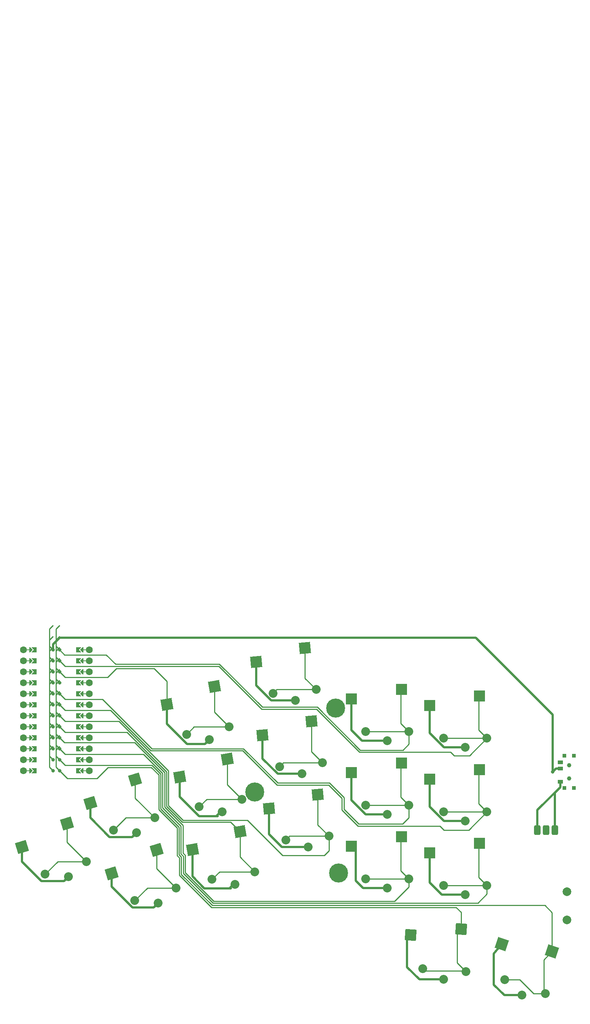
<source format=gtl>
%TF.GenerationSoftware,KiCad,Pcbnew,(6.0.4-0)*%
%TF.CreationDate,2022-06-10T10:13:31+02:00*%
%TF.ProjectId,basbousa,62617362-6f75-4736-912e-6b696361645f,v1.0.0*%
%TF.SameCoordinates,Original*%
%TF.FileFunction,Copper,L1,Top*%
%TF.FilePolarity,Positive*%
%FSLAX46Y46*%
G04 Gerber Fmt 4.6, Leading zero omitted, Abs format (unit mm)*
G04 Created by KiCad (PCBNEW (6.0.4-0)) date 2022-06-10 10:13:31*
%MOMM*%
%LPD*%
G01*
G04 APERTURE LIST*
G04 Aperture macros list*
%AMRoundRect*
0 Rectangle with rounded corners*
0 $1 Rounding radius*
0 $2 $3 $4 $5 $6 $7 $8 $9 X,Y pos of 4 corners*
0 Add a 4 corners polygon primitive as box body*
4,1,4,$2,$3,$4,$5,$6,$7,$8,$9,$2,$3,0*
0 Add four circle primitives for the rounded corners*
1,1,$1+$1,$2,$3*
1,1,$1+$1,$4,$5*
1,1,$1+$1,$6,$7*
1,1,$1+$1,$8,$9*
0 Add four rect primitives between the rounded corners*
20,1,$1+$1,$2,$3,$4,$5,0*
20,1,$1+$1,$4,$5,$6,$7,0*
20,1,$1+$1,$6,$7,$8,$9,0*
20,1,$1+$1,$8,$9,$2,$3,0*%
%AMRotRect*
0 Rectangle, with rotation*
0 The origin of the aperture is its center*
0 $1 length*
0 $2 width*
0 $3 Rotation angle, in degrees counterclockwise*
0 Add horizontal line*
21,1,$1,$2,0,0,$3*%
%AMFreePoly0*
4,1,6,0.600000,-0.200000,0.600000,-0.400000,-0.600000,-0.400000,-0.600000,-0.200000,0.000000,0.400000,0.600000,-0.200000,0.600000,-0.200000,$1*%
%AMFreePoly1*
4,1,5,0.125000,-0.500000,-0.125000,-0.500000,-0.125000,0.500000,0.125000,0.500000,0.125000,-0.500000,0.125000,-0.500000,$1*%
%AMFreePoly2*
4,1,6,0.600000,-1.000000,0.000000,-0.400000,-0.600000,-1.000000,-0.600000,0.250000,0.600000,0.250000,0.600000,-1.000000,0.600000,-1.000000,$1*%
%AMFreePoly3*
4,1,49,0.075053,5.687961,0.117161,5.631572,0.122131,5.561371,0.088389,5.499612,-0.641000,4.770224,-0.641000,0.817776,0.088389,0.088388,0.106147,0.064606,0.108253,0.062500,0.108552,0.061385,0.109852,0.059644,0.113262,0.043806,0.125000,0.000000,0.123721,-0.004772,0.124665,-0.009154,0.117240,-0.028961,0.108253,-0.062500,0.102516,-0.068237,0.099961,-0.075053,0.083136,-0.087617,
0.062500,-0.108253,0.051584,-0.111178,0.043572,-0.117161,0.024114,-0.118539,0.000000,-0.125000,-0.014036,-0.121239,-0.026629,-0.122131,-0.041951,-0.113759,-0.062500,-0.108253,-0.075109,-0.095644,-0.088388,-0.088389,-0.854388,0.677612,-0.867707,0.695448,-0.871189,0.698470,-0.871982,0.701174,-0.875852,0.706356,-0.882331,0.736451,-0.891000,0.766000,-0.891000,4.822000,-0.887805,4.844031,
-0.888131,4.848629,-0.886780,4.851102,-0.885852,4.857502,-0.869151,4.883368,-0.854388,4.910388,-0.088388,5.676389,-0.059644,5.697852,0.009154,5.712665,0.075053,5.687961,0.075053,5.687961,$1*%
G04 Aperture macros list end*
%TA.AperFunction,SMDPad,CuDef*%
%ADD10R,0.900000X0.900000*%
%TD*%
%TA.AperFunction,SMDPad,CuDef*%
%ADD11R,1.250000X0.900000*%
%TD*%
%TA.AperFunction,ComponentPad*%
%ADD12RoundRect,0.375000X-0.375000X-0.750000X0.375000X-0.750000X0.375000X0.750000X-0.375000X0.750000X0*%
%TD*%
%TA.AperFunction,ComponentPad*%
%ADD13C,2.000000*%
%TD*%
%TA.AperFunction,SMDPad,CuDef*%
%ADD14RotRect,2.600000X2.600000X10.000000*%
%TD*%
%TA.AperFunction,ComponentPad*%
%ADD15C,2.032000*%
%TD*%
%TA.AperFunction,SMDPad,CuDef*%
%ADD16RotRect,2.600000X2.600000X5.000000*%
%TD*%
%TA.AperFunction,SMDPad,CuDef*%
%ADD17R,2.600000X2.600000*%
%TD*%
%TA.AperFunction,SMDPad,CuDef*%
%ADD18RotRect,2.600000X2.600000X341.000000*%
%TD*%
%TA.AperFunction,WasherPad*%
%ADD19C,1.000000*%
%TD*%
%TA.AperFunction,SMDPad,CuDef*%
%ADD20RotRect,2.600000X2.600000X17.000000*%
%TD*%
%TA.AperFunction,ComponentPad*%
%ADD21C,4.400000*%
%TD*%
%TA.AperFunction,SMDPad,CuDef*%
%ADD22RotRect,2.600000X2.600000X356.000000*%
%TD*%
%TA.AperFunction,SMDPad,CuDef*%
%ADD23FreePoly0,270.000000*%
%TD*%
%TA.AperFunction,ComponentPad*%
%ADD24C,1.600000*%
%TD*%
%TA.AperFunction,SMDPad,CuDef*%
%ADD25FreePoly1,270.000000*%
%TD*%
%TA.AperFunction,SMDPad,CuDef*%
%ADD26FreePoly1,90.000000*%
%TD*%
%TA.AperFunction,SMDPad,CuDef*%
%ADD27FreePoly0,90.000000*%
%TD*%
%TA.AperFunction,SMDPad,CuDef*%
%ADD28FreePoly2,90.000000*%
%TD*%
%TA.AperFunction,SMDPad,CuDef*%
%ADD29FreePoly3,270.000000*%
%TD*%
%TA.AperFunction,ComponentPad*%
%ADD30C,0.800000*%
%TD*%
%TA.AperFunction,SMDPad,CuDef*%
%ADD31FreePoly2,270.000000*%
%TD*%
%TA.AperFunction,SMDPad,CuDef*%
%ADD32FreePoly3,90.000000*%
%TD*%
%TA.AperFunction,ViaPad*%
%ADD33C,0.800000*%
%TD*%
%TA.AperFunction,Conductor*%
%ADD34C,0.250000*%
%TD*%
%TA.AperFunction,Conductor*%
%ADD35C,0.500000*%
%TD*%
G04 APERTURE END LIST*
D10*
%TO.P,T1,*%
%TO.N,*%
X156169000Y87958000D03*
X158369000Y95358000D03*
X158369000Y87958000D03*
X156169000Y95358000D03*
D11*
%TO.P,T1,1*%
%TO.N,Braw*%
X155194000Y89408000D03*
%TO.P,T1,2*%
%TO.N,RAW*%
X155194000Y92408000D03*
%TO.P,T1,3*%
%TO.N,N/C*%
X155194000Y93908000D03*
%TD*%
D12*
%TO.P,PAD1,1*%
%TO.N,Braw*%
X149924000Y78232000D03*
X153924000Y78232000D03*
%TO.P,PAD1,2*%
%TO.N,GND*%
X151924000Y78232000D03*
%TD*%
D13*
%TO.P,B1,1*%
%TO.N,RST*%
X156718000Y63956000D03*
%TO.P,B1,2*%
%TO.N,GND*%
X156718000Y57456000D03*
%TD*%
D14*
%TO.P,S11,1*%
%TO.N,P19*%
X75199557Y111381133D03*
D15*
X78591421Y102078801D03*
X68743343Y100342320D03*
D14*
%TO.P,S11,2*%
%TO.N,GND*%
X64207053Y107208920D03*
D15*
X74032043Y99142464D03*
%TD*%
%TO.P,S15,1*%
%TO.N,P20*%
X100217298Y93764406D03*
D16*
X97649093Y103326959D03*
D15*
X90255351Y92892848D03*
%TO.P,S15,2*%
%TO.N,GND*%
X95419352Y91236618D03*
D16*
X86334787Y100128683D03*
%TD*%
D17*
%TO.P,S21,1*%
%TO.N,P2*%
X118452086Y93711016D03*
D15*
X120177087Y83961017D03*
X110177087Y83961017D03*
D17*
%TO.P,S21,2*%
%TO.N,GND*%
X106902086Y91511017D03*
D15*
X115177087Y81861017D03*
%TD*%
D17*
%TO.P,S29,2*%
%TO.N,GND*%
X124967546Y106973000D03*
D15*
X133242547Y97323000D03*
D17*
%TO.P,S29,1*%
%TO.N,P0*%
X136517546Y109172999D03*
D15*
X138242547Y99423000D03*
X128242547Y99423000D03*
%TD*%
%TO.P,S33,1*%
%TO.N,P8*%
X142318481Y43683012D03*
X151773667Y40427331D03*
D18*
X153316936Y50207741D03*
D15*
%TO.P,S33,2*%
%TO.N,GND*%
X146362381Y40069582D03*
D18*
X141679946Y51887913D03*
%TD*%
D14*
%TO.P,S7,1*%
%TO.N,P5*%
X81103595Y77897669D03*
D15*
X74647381Y66858856D03*
X84495459Y68595337D03*
%TO.P,S7,2*%
%TO.N,GND*%
X79936081Y65659000D03*
D14*
X70111091Y73725456D03*
%TD*%
D19*
%TO.P,T2,*%
%TO.N,*%
X157269000Y93158000D03*
X157269000Y90158000D03*
%TD*%
D20*
%TO.P,S1,1*%
%TO.N,P14*%
X41093928Y79754175D03*
D15*
X36031131Y68010829D03*
X45594178Y70934546D03*
%TO.P,S1,2*%
%TO.N,GND*%
X41426635Y67464448D03*
D20*
X30691825Y74273413D03*
%TD*%
D15*
%TO.P,S5,1*%
%TO.N,P10*%
X51815884Y78173835D03*
D20*
X56878681Y89917181D03*
D15*
X61378931Y81097552D03*
D20*
%TO.P,S5,2*%
%TO.N,GND*%
X46476578Y84436419D03*
D15*
X57211388Y77627454D03*
%TD*%
%TO.P,S27,2*%
%TO.N,GND*%
X133242547Y80323000D03*
D17*
X124967546Y89973000D03*
D15*
%TO.P,S27,1*%
%TO.N,P3*%
X128242547Y82423000D03*
X138242547Y82423000D03*
D17*
X136517546Y92172999D03*
%TD*%
D15*
%TO.P,S9,1*%
%TO.N,P18*%
X71695362Y83600588D03*
X81543440Y85337069D03*
D14*
X78151576Y94639401D03*
%TO.P,S9,2*%
%TO.N,GND*%
X67159072Y90467188D03*
D15*
X76984062Y82400732D03*
%TD*%
D16*
%TO.P,S13,1*%
%TO.N,P4*%
X99130741Y86391649D03*
D15*
X91736999Y75957538D03*
X101698946Y76829096D03*
%TO.P,S13,2*%
%TO.N,GND*%
X96901000Y74301308D03*
D16*
X87816435Y83193373D03*
%TD*%
D15*
%TO.P,S17,1*%
%TO.N,P21*%
X88773704Y109828158D03*
D16*
X96167446Y120262269D03*
D15*
X98735651Y110699716D03*
%TO.P,S17,2*%
%TO.N,GND*%
X93937705Y108171928D03*
D16*
X84853140Y117063993D03*
%TD*%
D21*
%TO.P,REF\u002A\u002A,1*%
%TO.N,N/C*%
X84536369Y87040631D03*
X103251000Y106420198D03*
X103915936Y68326000D03*
%TD*%
D22*
%TO.P,S31,1*%
%TO.N,P9*%
X132303162Y55355504D03*
D15*
X133343836Y45508925D03*
X123368195Y46206490D03*
D22*
%TO.P,S31,2*%
%TO.N,GND*%
X120627833Y53966551D03*
D15*
X128209527Y43762823D03*
%TD*%
%TO.P,S3,1*%
%TO.N,P16*%
X56786203Y61916654D03*
D20*
X61849000Y73660000D03*
D15*
X66349250Y64840371D03*
%TO.P,S3,2*%
%TO.N,GND*%
X62181707Y61370273D03*
D20*
X51446897Y68179238D03*
%TD*%
D15*
%TO.P,S23,1*%
%TO.N,P1*%
X110177087Y100961017D03*
D17*
X118452086Y110711016D03*
D15*
X120177087Y100961017D03*
D17*
%TO.P,S23,2*%
%TO.N,GND*%
X106902086Y108511017D03*
D15*
X115177087Y98861017D03*
%TD*%
%TO.P,S25,2*%
%TO.N,GND*%
X133242547Y63323000D03*
D17*
X124967546Y72973000D03*
D15*
%TO.P,S25,1*%
%TO.N,P7*%
X128242547Y65423000D03*
D17*
X136517546Y75172999D03*
D15*
X138242547Y65423000D03*
%TD*%
%TO.P,S19,1*%
%TO.N,P6*%
X110177087Y66961017D03*
D17*
X118452086Y76711016D03*
D15*
X120177087Y66961017D03*
%TO.P,S19,2*%
%TO.N,GND*%
X115177087Y64861017D03*
D17*
X106902086Y74511017D03*
%TD*%
D23*
%TO.P,,*%
%TO.N,*%
X32766000Y119888000D03*
D24*
X46228000Y99568000D03*
D25*
X32258000Y109728000D03*
D24*
X46228000Y91948000D03*
D26*
X44958000Y102108000D03*
D24*
X30988000Y97028000D03*
X30988000Y112268000D03*
X46228000Y104648000D03*
D23*
X32766000Y91948000D03*
X32766000Y114808000D03*
X32766000Y109728000D03*
D24*
X46228000Y102108000D03*
D23*
X32766000Y104648000D03*
D25*
X32258000Y91948000D03*
X32258000Y112268000D03*
D27*
X44450000Y119888000D03*
D26*
X44958000Y112268000D03*
D24*
X30988000Y104648000D03*
D27*
X44450000Y117348000D03*
D26*
X44958000Y94488000D03*
D24*
X30988000Y94488000D03*
X30988000Y102108000D03*
D26*
X44958000Y114808000D03*
D23*
X32766000Y112268000D03*
D27*
X44450000Y97028000D03*
D26*
X44958000Y109728000D03*
D24*
X46228000Y94488000D03*
D26*
X44958000Y117348000D03*
D24*
X30988000Y99568000D03*
X30988000Y114808000D03*
X30988000Y109728000D03*
D25*
X32258000Y117348000D03*
D24*
X46228000Y112268000D03*
D27*
X44450000Y112268000D03*
D23*
X32766000Y117348000D03*
D26*
X44958000Y107188000D03*
D25*
X32258000Y119888000D03*
D27*
X44450000Y91948000D03*
X44450000Y104648000D03*
D25*
X32258000Y107188000D03*
X32258000Y114808000D03*
X32258000Y102108000D03*
D24*
X30988000Y119888000D03*
D27*
X44450000Y109728000D03*
D24*
X46228000Y119888000D03*
X46228000Y117348000D03*
D26*
X44958000Y99568000D03*
D23*
X32766000Y107188000D03*
D25*
X32258000Y97028000D03*
D23*
X32766000Y102108000D03*
D26*
X44958000Y91948000D03*
X44958000Y119888000D03*
D25*
X32258000Y104648000D03*
D24*
X46228000Y97028000D03*
X46228000Y114808000D03*
D27*
X44450000Y94488000D03*
X44450000Y102108000D03*
D24*
X30988000Y91948000D03*
D23*
X32766000Y97028000D03*
D26*
X44958000Y97028000D03*
X44958000Y104648000D03*
D27*
X44450000Y99568000D03*
D25*
X32258000Y99568000D03*
D24*
X30988000Y107188000D03*
X46228000Y109728000D03*
D27*
X44450000Y107188000D03*
D24*
X30988000Y117348000D03*
D27*
X44450000Y114808000D03*
D25*
X32258000Y94488000D03*
D23*
X32766000Y94488000D03*
X32766000Y99568000D03*
D24*
X46228000Y107188000D03*
D28*
%TO.P,,1*%
%TO.N,RAW*%
X43434000Y119888000D03*
D29*
X37846000Y119888000D03*
D30*
X37846000Y119888000D03*
D29*
%TO.P,,2*%
%TO.N,GND*%
X37846000Y117348000D03*
D30*
X37846000Y117348000D03*
D28*
X43434000Y117348000D03*
D30*
%TO.P,,3*%
%TO.N,RST*%
X37846000Y114808000D03*
D28*
X43434000Y114808000D03*
D29*
X37846000Y114808000D03*
D28*
%TO.P,,4*%
%TO.N,VCC*%
X43434000Y112268000D03*
D29*
X37846000Y112268000D03*
D30*
X37846000Y112268000D03*
D29*
%TO.P,,5*%
%TO.N,P21*%
X37846000Y109728000D03*
D30*
X37846000Y109728000D03*
D28*
X43434000Y109728000D03*
%TO.P,,6*%
%TO.N,P20*%
X43434000Y107188000D03*
D29*
X37846000Y107188000D03*
D30*
X37846000Y107188000D03*
%TO.P,,7*%
%TO.N,P19*%
X37846000Y104648000D03*
D29*
X37846000Y104648000D03*
D28*
X43434000Y104648000D03*
D30*
%TO.P,,8*%
%TO.N,P18*%
X37846000Y102108000D03*
D29*
X37846000Y102108000D03*
D28*
X43434000Y102108000D03*
%TO.P,,9*%
%TO.N,P15*%
X43434000Y99568000D03*
D30*
X37846000Y99568000D03*
D29*
X37846000Y99568000D03*
D28*
%TO.P,,10*%
%TO.N,P14*%
X43434000Y97028000D03*
D29*
X37846000Y97028000D03*
D30*
X37846000Y97028000D03*
D29*
%TO.P,,11*%
%TO.N,P16*%
X37846000Y94488000D03*
D28*
X43434000Y94488000D03*
D30*
X37846000Y94488000D03*
D28*
%TO.P,,12*%
%TO.N,P10*%
X43434000Y91948000D03*
D29*
X37846000Y91948000D03*
D30*
X37846000Y91948000D03*
%TO.P,,13*%
%TO.N,P9*%
X39370000Y91948000D03*
D31*
X33782000Y91948000D03*
D32*
X39370000Y91948000D03*
%TO.P,,14*%
%TO.N,P8*%
X39370000Y94488000D03*
D30*
X39370000Y94488000D03*
D31*
X33782000Y94488000D03*
%TO.P,,15*%
%TO.N,P7*%
X33782000Y97028000D03*
D32*
X39370000Y97028000D03*
D30*
X39370000Y97028000D03*
D32*
%TO.P,,16*%
%TO.N,P6*%
X39370000Y99568000D03*
D31*
X33782000Y99568000D03*
D30*
X39370000Y99568000D03*
D31*
%TO.P,,17*%
%TO.N,P5*%
X33782000Y102108000D03*
D30*
X39370000Y102108000D03*
D32*
X39370000Y102108000D03*
D31*
%TO.P,,18*%
%TO.N,P4*%
X33782000Y104648000D03*
D32*
X39370000Y104648000D03*
D30*
X39370000Y104648000D03*
%TO.P,,19*%
%TO.N,P3*%
X39370000Y107188000D03*
D31*
X33782000Y107188000D03*
D32*
X39370000Y107188000D03*
D30*
%TO.P,,20*%
%TO.N,P2*%
X39370000Y109728000D03*
D31*
X33782000Y109728000D03*
D32*
X39370000Y109728000D03*
D31*
%TO.P,,21*%
%TO.N,GND*%
X33782000Y112268000D03*
D30*
X39370000Y112268000D03*
D32*
X39370000Y112268000D03*
D30*
%TO.P,,22*%
X39370000Y114808000D03*
D31*
X33782000Y114808000D03*
D32*
X39370000Y114808000D03*
D31*
%TO.P,,23*%
%TO.N,P0*%
X33782000Y117348000D03*
D32*
X39370000Y117348000D03*
D30*
X39370000Y117348000D03*
D32*
%TO.P,,24*%
%TO.N,P1*%
X39370000Y119888000D03*
D31*
X33782000Y119888000D03*
D30*
X39370000Y119888000D03*
%TD*%
D33*
%TO.N,RAW*%
X153430113Y91645917D03*
%TD*%
D34*
%TO.N,P7*%
X39370000Y97028000D02*
X40640000Y95758000D01*
X40640000Y95758000D02*
X58797410Y95758000D01*
X58797410Y95758000D02*
X63223453Y91331957D01*
X63223453Y91331957D02*
X63223453Y83335983D01*
X63223453Y83335983D02*
X67447040Y79112394D01*
X67447040Y79112394D02*
X67447040Y72734348D01*
X67447040Y72734348D02*
X68003480Y72177908D01*
X68003480Y72177908D02*
X68003480Y68176133D01*
X68003480Y68176133D02*
X74838613Y61341000D01*
X74838613Y61341000D02*
X136144000Y61341000D01*
X136144000Y61341000D02*
X138242547Y63439547D01*
X138242547Y63439547D02*
X138242547Y65423000D01*
%TO.N,P9*%
X132303162Y55355504D02*
X132303162Y59212838D01*
X67104440Y71805512D02*
X66548000Y72361952D01*
X132303162Y59212838D02*
X131132520Y60383480D01*
X131132520Y60383480D02*
X74524697Y60383480D01*
X74524697Y60383480D02*
X67104440Y67803738D01*
X67104440Y67803738D02*
X67104440Y71805512D01*
X66548000Y72361952D02*
X66548000Y78740000D01*
X66548000Y78740000D02*
X62324413Y82963587D01*
X48006000Y90170000D02*
X41148000Y90170000D01*
X60573974Y92710000D02*
X50546000Y92710000D01*
X50546000Y92710000D02*
X48006000Y90170000D01*
X62324413Y82963587D02*
X62324413Y90959561D01*
X62324413Y90959561D02*
X60573974Y92710000D01*
X41148000Y90170000D02*
X39370000Y91948000D01*
%TO.N,P8*%
X39370000Y94488000D02*
X40640000Y93218000D01*
X74710895Y60833000D02*
X151638000Y60833000D01*
X151638000Y60833000D02*
X153316936Y59154064D01*
X60701692Y93218000D02*
X62773933Y91145759D01*
X62773933Y91145759D02*
X62773933Y83149785D01*
X67553960Y71991710D02*
X67553960Y67989935D01*
X67553960Y67989935D02*
X74710895Y60833000D01*
X62773933Y83149785D02*
X66997520Y78926197D01*
X40640000Y93218000D02*
X60701692Y93218000D01*
X66997520Y78926197D02*
X66997520Y72548150D01*
X66997520Y72548150D02*
X67553960Y71991710D01*
X153316936Y59154064D02*
X153316936Y50207741D01*
%TO.N,P6*%
X68453000Y68362330D02*
X75024810Y61790520D01*
X39370000Y99568000D02*
X40494511Y98443489D01*
X40494511Y98443489D02*
X56747639Y98443489D01*
X63672973Y91518155D02*
X63672973Y83522181D01*
X56747639Y98443489D02*
X63672973Y91518155D01*
X64008000Y83187154D02*
X64008000Y83187151D01*
X63672973Y83522181D02*
X64008000Y83187154D01*
X120177087Y65059087D02*
X120177087Y66961017D01*
X64008000Y83187151D02*
X67896560Y79298591D01*
X67896560Y79298591D02*
X67896560Y72920545D01*
X67896560Y72920545D02*
X68453000Y72364105D01*
X68453000Y72364105D02*
X68453000Y68362330D01*
X75024810Y61790520D02*
X116908520Y61790520D01*
X116908520Y61790520D02*
X120177087Y65059087D01*
%TO.N,P0*%
X106299000Y98679000D02*
X108745509Y96232491D01*
X108638056Y96232491D02*
X129847056Y96232491D01*
X129847056Y96232491D02*
X130702547Y95377000D01*
X130702547Y95377000D02*
X134196547Y95377000D01*
X134196547Y95377000D02*
X138242547Y99423000D01*
%TO.N,P6*%
X118302566Y76561496D02*
X118302566Y68835538D01*
X118302566Y68835538D02*
X120177087Y66961017D01*
X118452087Y76711017D02*
X118302566Y76561496D01*
X120177087Y66961017D02*
X110177087Y66961017D01*
%TO.N,GND*%
X61214000Y115570000D02*
X64207053Y112576947D01*
D35*
X88357387Y108171928D02*
X84853141Y111676174D01*
X68827107Y98126465D02*
X64207054Y102746518D01*
X119788424Y46581576D02*
X119788424Y52722072D01*
X50956606Y76611455D02*
X46476578Y81091483D01*
X107919560Y66523217D02*
X107919560Y73493544D01*
X56195389Y76611455D02*
X50956606Y76611455D01*
X124967547Y83625453D02*
X124967547Y89973000D01*
X139851259Y42520741D02*
X139851259Y49708566D01*
X62181707Y61370273D02*
X61165708Y60354274D01*
X57211388Y77627454D02*
X56195389Y76611455D01*
X133242547Y80323000D02*
X128270000Y80323000D01*
X79028598Y64751517D02*
X72876307Y64751517D01*
X84853141Y111676174D02*
X84853141Y117063993D01*
X71700439Y81384733D02*
X67159073Y85926099D01*
D34*
X50499075Y113538000D02*
X52531075Y115570000D01*
D35*
X124967547Y100625453D02*
X124967547Y106973000D01*
X109581760Y64861017D02*
X107919560Y66523217D01*
X93937705Y108171928D02*
X88357387Y108171928D01*
X74032043Y99142464D02*
X73016044Y98126465D01*
X90798692Y74301308D02*
X87816436Y77283564D01*
X46476578Y81091483D02*
X46476578Y84436419D01*
X56276036Y60354274D02*
X51446898Y65183412D01*
X128270000Y97323000D02*
X124967547Y100625453D01*
X106902087Y101291201D02*
X106902087Y108511017D01*
X87816436Y77283564D02*
X87816436Y83193373D01*
X128209528Y43762822D02*
X122607178Y43762822D01*
X115177087Y98861017D02*
X109332271Y98861017D01*
X110204540Y81861017D02*
X106902087Y85163470D01*
X128270000Y80323000D02*
X124967547Y83625453D01*
X64207054Y102746518D02*
X64207054Y107208920D01*
D34*
X39370000Y114808000D02*
X40640000Y113538000D01*
D35*
X115177087Y81861017D02*
X110204540Y81861017D01*
X124967547Y66137000D02*
X124967547Y72973000D01*
X86334788Y94740864D02*
X86334788Y100128683D01*
X106902087Y85163470D02*
X106902087Y91511017D01*
X35164977Y66448449D02*
X30691825Y70921601D01*
X115177087Y64861017D02*
X109581760Y64861017D01*
X127781547Y63323000D02*
X124967547Y66137000D01*
X109332271Y98861017D02*
X106902087Y101291201D01*
X51446898Y65183412D02*
X51446898Y68179238D01*
X61165708Y60354274D02*
X56276036Y60354274D01*
X146362381Y40069582D02*
X142302418Y40069582D01*
X96901000Y74301308D02*
X90798692Y74301308D01*
X142302418Y40069582D02*
X139851259Y42520741D01*
X139851259Y49708566D02*
X141679948Y51887913D01*
D34*
X52531075Y115570000D02*
X61214000Y115570000D01*
D35*
X40410636Y66448449D02*
X35164977Y66448449D01*
X133242547Y63323000D02*
X127781547Y63323000D01*
X30691825Y70921601D02*
X30691825Y74273413D01*
X133242547Y97323000D02*
X128270000Y97323000D01*
D34*
X40640000Y113538000D02*
X50499075Y113538000D01*
D35*
X76676981Y82400732D02*
X75660982Y81384733D01*
X95419352Y91236618D02*
X89839034Y91236618D01*
X75968063Y81384733D02*
X71700439Y81384733D01*
X72876307Y64751517D02*
X70111092Y67516732D01*
X79629000Y65659000D02*
X78721517Y64751517D01*
X89839034Y91236618D02*
X86334788Y94740864D01*
X67159073Y85926099D02*
X67159073Y90467188D01*
X41426635Y67464448D02*
X40410636Y66448449D01*
X122607178Y43762822D02*
X119788424Y46581576D01*
X70111092Y67516732D02*
X70111092Y73725456D01*
D34*
X64207053Y112576947D02*
X64207053Y107208920D01*
D35*
X73016044Y98126465D02*
X68827107Y98126465D01*
D34*
%TO.N,P5*%
X64122493Y83708379D02*
X67762393Y80068480D01*
X78932784Y80068480D02*
X81103595Y77897669D01*
X81103596Y71987200D02*
X84495459Y68595337D01*
X84495459Y68595337D02*
X76383862Y68595337D01*
X81103596Y77897670D02*
X81103596Y71987200D01*
X76383862Y68595337D02*
X74647381Y66858856D01*
X39370000Y102108000D02*
X40640000Y100838000D01*
X67762393Y80068480D02*
X78932784Y80068480D01*
X64122493Y91704353D02*
X64122493Y83708379D01*
X54988846Y100838000D02*
X64122493Y91704353D01*
X40640000Y100838000D02*
X54988846Y100838000D01*
%TO.N,P4*%
X92608557Y76829096D02*
X91736999Y75957538D01*
X100584000Y72390000D02*
X101698946Y73504946D01*
X101698946Y76829096D02*
X99130742Y79397300D01*
X99130742Y79397300D02*
X99130742Y86391651D01*
X101698946Y73504946D02*
X101698946Y76829096D01*
X67948590Y80518000D02*
X82804000Y80518000D01*
X39370000Y104648000D02*
X40640000Y103378000D01*
X40640000Y103378000D02*
X53084564Y103378000D01*
X53084564Y103378000D02*
X64572013Y91890551D01*
X101698946Y76829096D02*
X92608557Y76829096D01*
X64572013Y83894577D02*
X67948590Y80518000D01*
X64572013Y91890551D02*
X64572013Y83894577D01*
X90932000Y72390000D02*
X100584000Y72390000D01*
X82804000Y80518000D02*
X90932000Y72390000D01*
%TO.N,P3*%
X101599999Y88646000D02*
X104706480Y85539519D01*
X39370000Y107188000D02*
X40640000Y105918000D01*
X134051547Y78232000D02*
X138242547Y82423000D01*
X51180282Y105918000D02*
X60519802Y96578480D01*
X108291350Y79179480D02*
X127342067Y79179480D01*
X104706480Y82871802D02*
X108398803Y79179480D01*
X136368026Y84297521D02*
X136368026Y92023479D01*
X81729520Y96578480D02*
X89662000Y88646000D01*
X138242547Y82423000D02*
X136368026Y84297521D01*
X136368026Y92023479D02*
X136517547Y92173000D01*
X89662000Y88646000D02*
X101599999Y88646000D01*
X128289547Y78232000D02*
X134051547Y78232000D01*
X40640000Y105918000D02*
X51180282Y105918000D01*
X60519802Y96578480D02*
X81729520Y96578480D01*
X128242547Y82423000D02*
X138242547Y82423000D01*
X127342067Y79179480D02*
X128289547Y78232000D01*
X104706480Y85539519D02*
X104706480Y82871802D01*
%TO.N,P2*%
X101786197Y89095520D02*
X105156000Y85725717D01*
X118302566Y85835538D02*
X120177087Y83961017D01*
X110177087Y83961017D02*
X120177087Y83961017D01*
X120177087Y81061087D02*
X120177087Y83961017D01*
X49276000Y108458000D02*
X60706000Y97028000D01*
X89848198Y89095520D02*
X101786197Y89095520D01*
X108585000Y79629000D02*
X118745000Y79629000D01*
X105156000Y83058000D02*
X108585000Y79629000D01*
X118302566Y93561496D02*
X118302566Y85835538D01*
X81915718Y97028000D02*
X89848198Y89095520D01*
X118452087Y93711017D02*
X118302566Y93561496D01*
X40640000Y108458000D02*
X49276000Y108458000D01*
X105156000Y85725717D02*
X105156000Y83058000D01*
X60706000Y97028000D02*
X81915718Y97028000D01*
X118745000Y79629000D02*
X120177087Y81061087D01*
X39370000Y109728000D02*
X40640000Y108458000D01*
%TO.N,P0*%
X136368026Y101297521D02*
X136368026Y109023479D01*
X128242547Y99423000D02*
X138242547Y99423000D01*
X136368026Y109023479D02*
X136517547Y109173000D01*
X138242547Y99423000D02*
X136368026Y101297521D01*
X39370000Y117348000D02*
X40640000Y116078000D01*
X86106000Y106172000D02*
X98805999Y106172000D01*
X98805999Y106172000D02*
X106316700Y98661299D01*
X40640000Y116078000D02*
X76200000Y116078000D01*
X76200000Y116078000D02*
X86106000Y106172000D01*
%TO.N,P1*%
X76327718Y116586000D02*
X86292198Y106621520D01*
X118302566Y110561496D02*
X118302566Y102835538D01*
X39370000Y119888000D02*
X40538189Y118719811D01*
X52324000Y116586000D02*
X76327718Y116586000D01*
X120177087Y100961017D02*
X110177087Y100961017D01*
X118452087Y110711017D02*
X118302566Y110561496D01*
X120177087Y98079087D02*
X120177087Y100961017D01*
X40538189Y118719811D02*
X50190189Y118719811D01*
X98992197Y106621520D02*
X108931706Y96682011D01*
X108931706Y96682011D02*
X118780011Y96682011D01*
X86292198Y106621520D02*
X98992197Y106621520D01*
X118302566Y102835538D02*
X120177087Y100961017D01*
X50190189Y118719811D02*
X52324000Y116586000D01*
X118780011Y96682011D02*
X120177087Y98079087D01*
%TO.N,P18*%
X78151577Y88728932D02*
X81543440Y85337069D01*
X78151577Y94639402D02*
X78151577Y88728932D01*
X81543440Y85337069D02*
X73431843Y85337069D01*
X73431843Y85337069D02*
X71695362Y83600588D01*
%TO.N,P14*%
X38954848Y70934546D02*
X36031131Y68010829D01*
X45594178Y70934546D02*
X38954848Y70934546D01*
X41093928Y79754177D02*
X41093928Y75434796D01*
X41093928Y75434796D02*
X45594178Y70934546D01*
%TO.N,P16*%
X61849000Y69340621D02*
X66349250Y64840371D01*
X66349250Y64840371D02*
X59709920Y64840371D01*
X59709920Y64840371D02*
X56786203Y61916654D01*
X61849000Y73660002D02*
X61849000Y69340621D01*
%TO.N,P10*%
X61378931Y81097552D02*
X54739601Y81097552D01*
X56878681Y89917183D02*
X56878681Y85597802D01*
X54739601Y81097552D02*
X51815884Y78173835D01*
X56878681Y85597802D02*
X61378931Y81097552D01*
%TO.N,P19*%
X70479824Y102078801D02*
X68743343Y100342320D01*
X75199558Y111381134D02*
X75199558Y105470664D01*
X78591421Y102078801D02*
X70479824Y102078801D01*
X75199558Y105470664D02*
X78591421Y102078801D01*
%TO.N,P20*%
X100217298Y93764406D02*
X91126909Y93764406D01*
X97649094Y96332610D02*
X100217298Y93764406D01*
X97649094Y103326961D02*
X97649094Y96332610D01*
X91126909Y93764406D02*
X90255351Y92892848D01*
%TO.N,P21*%
X96167447Y120262271D02*
X96167447Y113267920D01*
X89645262Y110699716D02*
X88773704Y109828158D01*
X98735651Y110699716D02*
X89645262Y110699716D01*
X96167447Y113267920D02*
X98735651Y110699716D01*
%TO.N,P7*%
X138242547Y65423000D02*
X128242547Y65423000D01*
X136368026Y75023479D02*
X136517547Y75173000D01*
X136368026Y67297521D02*
X136368026Y75023479D01*
X138242547Y65423000D02*
X136368026Y67297521D01*
%TO.N,P8*%
X149056669Y40427331D02*
X145800988Y43683012D01*
X153316937Y50207742D02*
X151384000Y48274805D01*
X151773667Y40427331D02*
X149056669Y40427331D01*
X151384000Y40816998D02*
X151773667Y40427331D01*
X151384000Y48274805D02*
X151384000Y40816998D01*
X145800988Y43683012D02*
X142318482Y43683012D01*
%TO.N,P9*%
X133132761Y45720000D02*
X123854685Y45720000D01*
X131318000Y54370342D02*
X131318000Y47534761D01*
X133343836Y45508925D02*
X133132761Y45720000D01*
X132303162Y55355504D02*
X131318000Y54370342D01*
X131318000Y47534761D02*
X133343836Y45508925D01*
X123854685Y45720000D02*
X123368196Y46206489D01*
D35*
%TO.N,RAW*%
X37846000Y119888000D02*
X37846000Y121158000D01*
X154192196Y92408000D02*
X153430113Y91645917D01*
X155194000Y92408000D02*
X154192196Y92408000D01*
X37846000Y121158000D02*
X39370000Y122682000D01*
X39370000Y122682000D02*
X135636000Y122682000D01*
X135636000Y122682000D02*
X153430113Y104887887D01*
X153430113Y104887887D02*
X153430113Y91645917D01*
%TO.N,Braw*%
X155194000Y88138000D02*
X149924000Y82868000D01*
X153924000Y86868000D02*
X153924000Y78232000D01*
X155194000Y88138000D02*
X153924000Y86868000D01*
X149924000Y82868000D02*
X149924000Y78232000D01*
X155194000Y89408000D02*
X155194000Y88138000D01*
%TD*%
M02*

</source>
